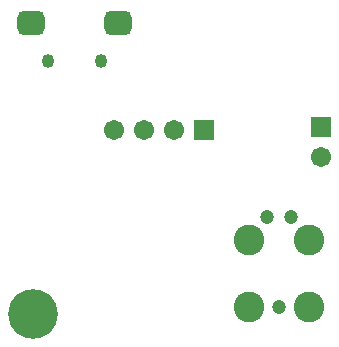
<source format=gbs>
G04*
G04 #@! TF.GenerationSoftware,Altium Limited,Altium Designer,18.0.11 (651)*
G04*
G04 Layer_Color=16711935*
%FSLAX25Y25*%
%MOIN*%
G70*
G01*
G75*
%ADD36C,0.16548*%
%ADD37R,0.06706X0.06706*%
%ADD38C,0.06706*%
%ADD39C,0.04737*%
%ADD40C,0.10249*%
%ADD41R,0.06706X0.06706*%
G04:AMPARAMS|DCode=42|XSize=82.8mil|YSize=90.68mil|CornerRadius=22.7mil|HoleSize=0mil|Usage=FLASHONLY|Rotation=270.000|XOffset=0mil|YOffset=0mil|HoleType=Round|Shape=RoundedRectangle|*
%AMROUNDEDRECTD42*
21,1,0.08280,0.04528,0,0,270.0*
21,1,0.03740,0.09068,0,0,270.0*
1,1,0.04540,-0.02264,-0.01870*
1,1,0.04540,-0.02264,0.01870*
1,1,0.04540,0.02264,0.01870*
1,1,0.04540,0.02264,-0.01870*
%
%ADD42ROUNDEDRECTD42*%
%ADD43O,0.04147X0.04540*%
D36*
X275900Y243200D02*
D03*
D37*
X332800Y304500D02*
D03*
D38*
X322800D02*
D03*
X312800D02*
D03*
X302800D02*
D03*
X371800Y295500D02*
D03*
D39*
X357900Y245500D02*
D03*
X361900Y275500D02*
D03*
X353900D02*
D03*
D40*
X347900Y245500D02*
D03*
Y268000D02*
D03*
X367900Y245500D02*
D03*
Y268000D02*
D03*
D41*
X371800Y305500D02*
D03*
D42*
X275402Y340109D02*
D03*
X304142D02*
D03*
D43*
X298532Y327589D02*
D03*
X281013D02*
D03*
M02*

</source>
